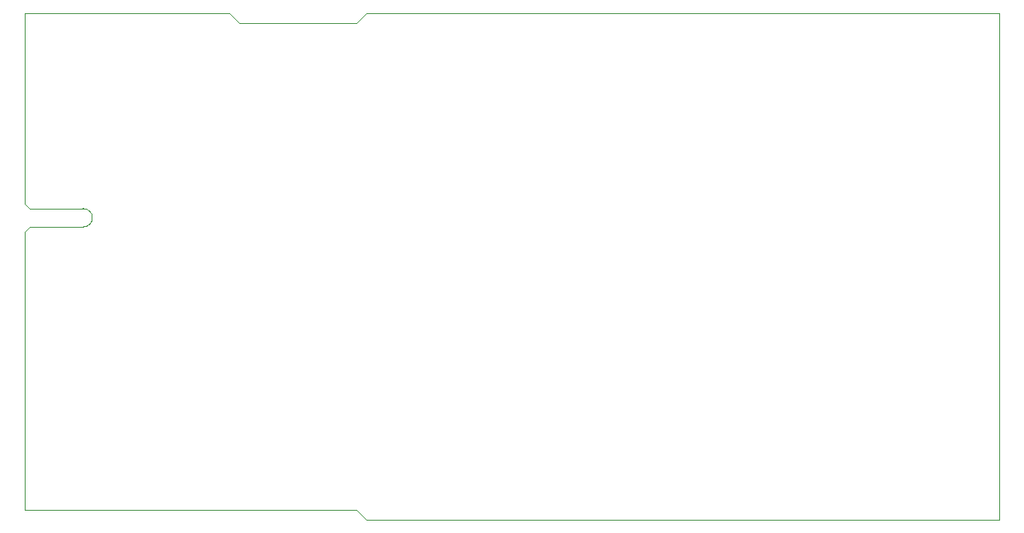
<source format=gm1>
%TF.GenerationSoftware,KiCad,Pcbnew,8.0.1-8.0.1-1~ubuntu22.04.1*%
%TF.CreationDate,2024-03-27T04:29:35+01:00*%
%TF.ProjectId,som-exp-carrier,736f6d2d-6578-4702-9d63-617272696572,v1.0*%
%TF.SameCoordinates,Original*%
%TF.FileFunction,Profile,NP*%
%FSLAX46Y46*%
G04 Gerber Fmt 4.6, Leading zero omitted, Abs format (unit mm)*
G04 Created by KiCad (PCBNEW 8.0.1-8.0.1-1~ubuntu22.04.1) date 2024-03-27 04:29:35*
%MOMM*%
%LPD*%
G01*
G04 APERTURE LIST*
%TA.AperFunction,Profile*%
%ADD10C,0.100000*%
%TD*%
G04 APERTURE END LIST*
D10*
X46425969Y-62784031D02*
X46425969Y-43234031D01*
X67425969Y-43234031D02*
X46425969Y-43234031D01*
X146425969Y-95234031D02*
X81425969Y-95234031D01*
X80425969Y-44234031D02*
X68425969Y-44234031D01*
X46925969Y-63284031D02*
X46425969Y-62784031D01*
X81425969Y-43234031D02*
X146425969Y-43234031D01*
X46435969Y-65684031D02*
X46935969Y-65184031D01*
X46435969Y-94234031D02*
X80425969Y-94234031D01*
X46935969Y-65184031D02*
X52405969Y-65184031D01*
X80425969Y-44234031D02*
X81425969Y-43234031D01*
X52405969Y-63284031D02*
X46925969Y-63284031D01*
X146425969Y-43234031D02*
X146425969Y-95234031D01*
X68425969Y-44234031D02*
X67425969Y-43234031D01*
X52405969Y-63284031D02*
G75*
G02*
X52405969Y-65183969I31J-949969D01*
G01*
X80425969Y-94234031D02*
X81425969Y-95234031D01*
X46435969Y-94234031D02*
X46435969Y-65684031D01*
M02*

</source>
